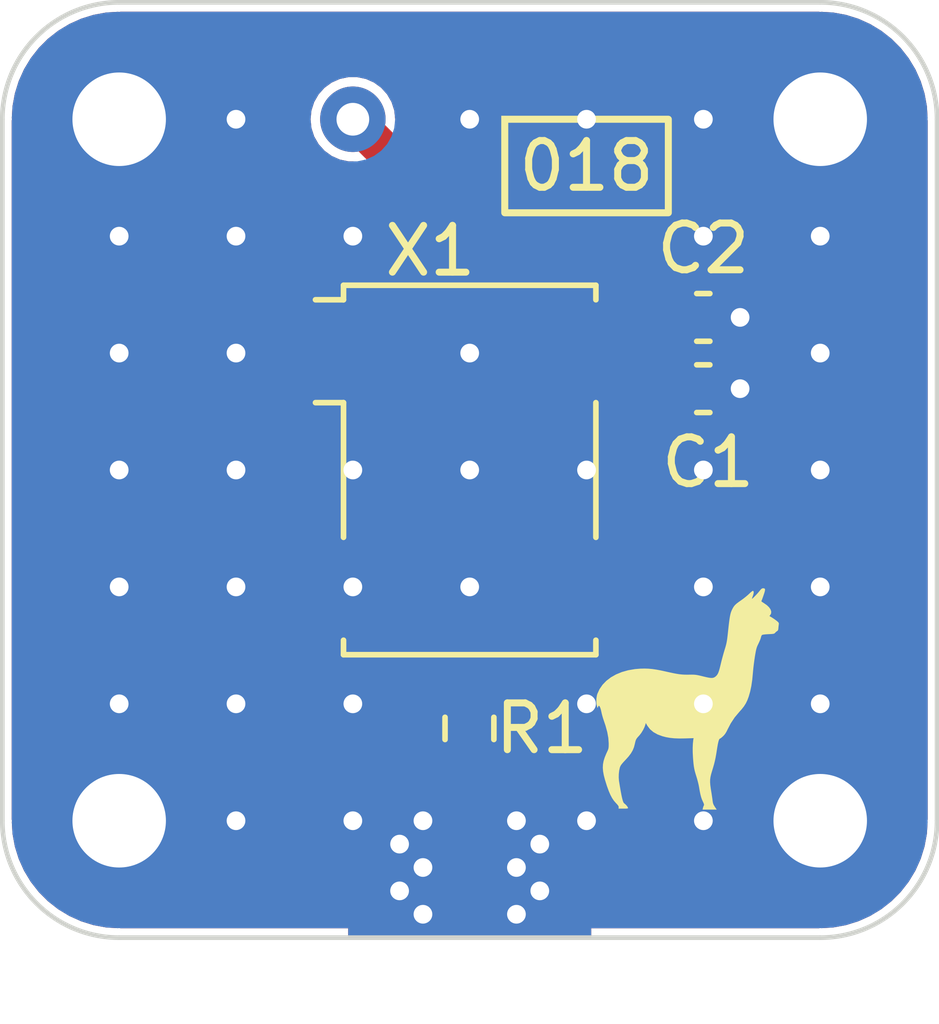
<source format=kicad_pcb>
(kicad_pcb (version 20211014) (generator pcbnew)
  (title_block (title "018-Crystal Oscillator") (date "2022-11-28") (rev "1") (company "Halidelabs") (comment 1 "contact@halidelabs.eu") (comment 2 "CFPS-72-x") (comment 3 "IQD FREQUENCY PRODUCTS"))
  (layers (0 "F.Cu" signal) (31 "B.Cu" signal) (36 "B.SilkS" user "B.Silkscreen") (37 "F.SilkS" user "F.Silkscreen") (38 "B.Mask" user) (39 "F.Mask" user) (44 "Edge.Cuts" user))
  (net 0 "")
  (net 1 "GND")
  (net 2 "/VCC")
  (net 3 "Net-(J1-Pad1)")
  (net 5 "Net-(X1-Pad3)")
  (footprint "Capacitor_SMD:C_0603_1608Metric" (layer "F.Cu") (at 164.9984 81.7372)
    (fp_text reference "C2" (at 0 -1.4732) (layer "F.SilkS"))
    (fp_text value "100p")
    (fp_line (start -0.14058 -0.51) (end 0.14058 -0.51) (layer "F.SilkS") (width 0.12))
    (fp_line (start -0.14058 0.51) (end 0.14058 0.51) (layer "F.SilkS") (width 0.12))
    (pad "1" smd roundrect (at -0.775 0) (size 0.9 0.95) (layers "F.Cu" "F.Paste" "F.Mask") (net 2 "/VCC"))
    (pad "2" smd roundrect (at 0.775 0) (size 0.9 0.95) (layers "F.Cu" "F.Paste" "F.Mask") (net 1 "GND"))
  )
  (footprint "modular-rf-bench-footprints:M2-hole" (layer "F.Cu") (at 152.5 77.5)
    (fp_text reference "H1" hide)
    (fp_text value "M2" hide)
    (pad "1" thru_hole circle (at 0 0) (size 3.4 3.4) (drill 2) (layers *.Cu *.Mask) (net 1 "GND"))
  )
  (footprint "modular-rf-bench-footprints:M2-hole" (layer "F.Cu") (at 152.5 92.5)
    (fp_text reference "H2" hide)
    (fp_text value "M2" hide)
    (pad "1" thru_hole circle (at 0 0) (size 3.4 3.4) (drill 2) (layers *.Cu *.Mask) (net 1 "GND"))
  )
  (footprint "modular-rf-bench-footprints:M2-hole" (layer "F.Cu") (at 167.5 77.5)
    (fp_text reference "H4" hide)
    (fp_text value "M2" hide)
    (pad "1" thru_hole circle (at 0 0) (size 3.4 3.4) (drill 2) (layers *.Cu *.Mask) (net 1 "GND"))
  )
  (footprint "Oscillator:Oscillator_SMD_IQD_IQXO70-4Pin_7.5x5.0mm" (layer "F.Cu") (at 160 85 -90)
    (fp_text reference "X1" (at -4.6852 0.8436 180) (layer "F.SilkS"))
    (fp_text value "CFPS-72")
    (fp_line (start 3.64 -2.7) (end 3.95 -2.7) (layer "F.SilkS") (width 0.12))
    (fp_line (start 3.95 -2.7) (end 3.95 2.7) (layer "F.SilkS") (width 0.12))
    (fp_line (start 3.95 2.7) (end 3.64 2.7) (layer "F.SilkS") (width 0.12))
    (fp_line (start -1.44 -2.7) (end 1.44 -2.7) (layer "F.SilkS") (width 0.12))
    (fp_line (start -1.44 2.7) (end -1.44 3.3) (layer "F.SilkS") (width 0.12))
    (fp_line (start -3.64 2.7) (end -3.95 2.7) (layer "F.SilkS") (width 0.12))
    (fp_line (start -3.95 -2.7) (end -3.64 -2.7) (layer "F.SilkS") (width 0.12))
    (fp_line (start -3.64 3.3) (end -3.64 2.7) (layer "F.SilkS") (width 0.12))
    (fp_line (start -3.95 2.7) (end -3.95 -2.7) (layer "F.SilkS") (width 0.12))
    (fp_line (start 1.44 2.7) (end -1.44 2.7) (layer "F.SilkS") (width 0.12))
    (pad "1" smd rect (at -2.54 2.1 270) (size 1.8 2) (layers "F.Cu" "F.Paste" "F.Mask"))
    (pad "2" smd rect (at 2.54 2.1 270) (size 1.8 2) (layers "F.Cu" "F.Paste" "F.Mask") (net 1 "GND"))
    (pad "3" smd rect (at 2.54 -2.1 270) (size 1.8 2) (layers "F.Cu" "F.Paste" "F.Mask") (net 5 "Net-(X1-Pad3)"))
    (pad "4" smd rect (at -2.54 -2.1 270) (size 1.8 2) (layers "F.Cu" "F.Paste" "F.Mask") (net 2 "/VCC"))
  )
  (footprint "Resistor_SMD:R_0603_1608Metric" (layer "F.Cu") (at 159.9946 90.5256 -90)
    (fp_text reference "R1" (at 0 -1.5494 180) (layer "F.SilkS"))
    (fp_text value "47")
    (fp_line (start -0.237258 0.5225) (end 0.237258 0.5225) (layer "F.SilkS") (width 0.12))
    (fp_line (start -0.237258 -0.5225) (end 0.237258 -0.5225) (layer "F.SilkS") (width 0.12))
    (pad "1" smd roundrect (at -0.825 0 270) (size 0.8 0.95) (layers "F.Cu" "F.Paste" "F.Mask") (net 5 "Net-(X1-Pad3)"))
    (pad "2" smd roundrect (at 0.825 0 270) (size 0.8 0.95) (layers "F.Cu" "F.Paste" "F.Mask") (net 3 "Net-(J1-Pad1)"))
  )
  (footprint "Capacitor_SMD:C_0603_1608Metric" (layer "F.Cu") (at 164.9984 83.2612)
    (fp_text reference "C1" (at 0.1016 1.5748) (layer "F.SilkS"))
    (fp_text value "100n")
    (fp_line (start -0.14058 -0.51) (end 0.14058 -0.51) (layer "F.SilkS") (width 0.12))
    (fp_line (start -0.14058 0.51) (end 0.14058 0.51) (layer "F.SilkS") (width 0.12))
    (pad "1" smd roundrect (at -0.775 0) (size 0.9 0.95) (layers "F.Cu" "F.Paste" "F.Mask") (net 2 "/VCC"))
    (pad "2" smd roundrect (at 0.775 0) (size 0.9 0.95) (layers "F.Cu" "F.Paste" "F.Mask") (net 1 "GND"))
  )
  (footprint "TestPoint:TestPoint_Pad_1.5x1.5mm" (layer "F.Cu") (at 157.5 77.5)
    (fp_text reference "J4" hide)
    (fp_text value "TestPoint_Pad_1.5x1.5mm")
    (pad "1" thru_hole circle (at 0 0) (size 1.4 1.4) (drill 0.7) (layers *.Cu *.Mask) (net 2 "/VCC"))
  )
  (footprint "modular-rf-bench-footprints:M2-hole" (layer "F.Cu") (at 167.5 92.5)
    (fp_text reference "H3" hide)
    (fp_text value "M2" hide)
    (pad "1" thru_hole circle (at 0 0) (size 3.4 3.4) (drill 2) (layers *.Cu *.Mask) (net 1 "GND"))
  )
  (footprint "LOGO" (layer "F.Cu") (at 164.592 89.916)
    (fp_text reference "G***" hide)
    (fp_text value "LOGO" hide)
    (fp_poly (pts (xy 1.707208 -2.385083) (xy 1.72178 -2.377357) (xy 1.727638 -2.361209) (xy 1.724986 -2.333962) (xy 1.714028 -2.292938) (xy 1.695246 -2.236259) (xy 1.67886 -2.189554) (xy 1.664665 -2.150375) (xy 1.654112 -2.122636) (xy 1.64865 -2.110255) (xy 1.648486 -2.110054) (xy 1.654138 -2.102822) (xy 1.673545 -2.088435) (xy 1.702518 -2.069996) (xy 1.702794 -2.06983) (xy 1.765684 -2.026146) (xy 1.813512 -1.980369) (xy 1.845324 -1.93425) (xy 1.860162 -1.889541) (xy 1.85707 -1.847993) (xy 1.84052 -1.817555) (xy 1.820991 -1.793438) (xy 1.877555 -1.759364) (xy 1.917737 -1.733301) (xy 1.95925 -1.703533) (xy 1.980607 -1.68675) (xy 2.006661 -1.664073) (xy 2.019745 -1.647389) (xy 2.023211 -1.630016) (xy 2.020661 -1.606876) (xy 2.015636 -1.567128) (xy 2.012184 -1.526831) (xy 2.012056 -1.524528) (xy 2.006709 -1.493183) (xy 1.992958 -1.475529) (xy 1.987295 -1.472236) (xy 1.964024 -1.455734) (xy 1.944294 -1.435747) (xy 1.934232 -1.424962) (xy 1.921977 -1.417526) (xy 1.903462 -1.412581) (xy 1.874622 -1.409268) (xy 1.831391 -1.406728) (xy 1.800502 -1.40537) (xy 1.740844 -1.401769) (xy 1.695936 -1.396721) (xy 1.66814 -1.390536) (xy 1.661407 -1.387121) (xy 1.649381 -1.368624) (xy 1.640328 -1.340255) (xy 1.63945 -1.335453) (xy 1.632091 -1.309371) (xy 1.617507 -1.271305) (xy 1.5982 -1.227508) (xy 1.586787 -1.203865) (xy 1.569617 -1.168352) (xy 1.556241 -1.136883) (xy 1.545437 -1.105019) (xy 1.535983 -1.068321) (xy 1.526657 -1.022348) (xy 1.516238 -0.96266) (xy 1.510003 -0.924858) (xy 1.498611 -0.849525) (xy 1.487513 -0.766274) (xy 1.477703 -0.683243) (xy 1.470177 -0.608573) (xy 1.467711 -0.578682) (xy 1.453479 -0.42915) (xy 1.434101 -0.296565) (xy 1.409013 -0.177722) (xy 1.378053 -0.070634) (xy 1.349141 0.00713) (xy 1.316299 0.074946) (xy 1.27602 0.13851) (xy 1.224798 0.20352) (xy 1.175643 0.258199) (xy 1.077329 0.37528) (xy 0.993806 0.501629) (xy 0.931364 0.621186) (xy 0.903186 0.677903) (xy 0.877811 0.720375) (xy 0.851675 0.754018) (xy 0.828482 0.777604) (xy 0.800811 0.802117) (xy 0.778251 0.819713) (xy 0.765568 0.826682) (xy 0.765395 0.826688) (xy 0.753451 0.833218) (xy 0.741919 0.853767) (xy 0.730392 0.889773) (xy 0.718459 0.942674) (xy 0.705712 1.01391) (xy 0.697702 1.064739) (xy 0.682935 1.157753) (xy 0.668702 1.236626) (xy 0.653537 1.307789) (xy 0.635974 1.377671) (xy 0.61455 1.452702) (xy 0.594147 1.519151) (xy 0.573662 1.588767) (xy 0.559937 1.648459) (xy 0.552673 1.703792) (xy 0.551572 1.760332) (xy 0.556334 1.823643) (xy 0.566662 1.899292) (xy 0.571976 1.932384) (xy 0.581863 1.993891) (xy 0.591097 2.054175) (xy 0.598842 2.107582) (xy 0.604263 2.14846) (xy 0.605561 2.159723) (xy 0.612893 2.204728) (xy 0.626368 2.241894) (xy 0.650004 2.281963) (xy 0.652923 2.28631) (xy 0.693121 2.345728) (xy 0.391035 2.345728) (xy 0.398018 2.312144) (xy 0.406666 2.282384) (xy 0.417092 2.259536) (xy 0.421952 2.245992) (xy 0.419574 2.22758) (xy 0.408787 2.199446) (xy 0.396054 2.172292) (xy 0.37605 2.126603) (xy 0.359018 2.076762) (xy 0.343853 2.018573) (xy 0.329451 1.94784) (xy 0.315851 1.867612) (xy 0.305774 1.815487) (xy 0.290904 1.752618) (xy 0.27342 1.687715) (xy 0.259042 1.640272) (xy 0.239373 1.577432) (xy 0.224185 1.523154) (xy 0.212556 1.472312) (xy 0.203565 1.419774) (xy 0.19629 1.360411) (xy 0.18981 1.289094) (xy 0.185282 1.229699) (xy 0.180007 1.126544) (xy 0.179205 1.027802) (xy 0.18278 0.938429) (xy 0.190634 0.863381) (xy 0.192649 0.850881) (xy 0.198285 0.818238) (xy 0.013062 0.82396) (xy -0.107738 0.82548) (xy -0.212835 0.821724) (xy -0.306616 0.812274) (xy -0.393468 0.796713) (xy -0.464665 0.778501) (xy -0.571132 0.739636) (xy -0.66046 0.68959) (xy -0.733091 0.628052) (xy -0.789464 0.554711) (xy -0.795565 0.544391) (xy -0.824093 0.4946) (xy -0.831361 0.523556) (xy -0.851223 0.580742) (xy -0.881966 0.643838) (xy -0.919153 0.704875) (xy -0.958352 0.755885) (xy -0.964174 0.762224) (xy -0.998177 0.799253) (xy -1.020985 0.828535) (xy -1.036147 0.856807) (xy -1.047214 0.890804) (xy -1.057733 0.937262) (xy -1.058593 0.941406) (xy -1.077747 1.014043) (xy -1.104922 1.080397) (xy -1.14259 1.144725) (xy -1.193225 1.211286) (xy -1.255438 1.280306) (xy -1.299345 1.327086) (xy -1.330904 1.363066) (xy -1.352698 1.391736) (xy -1.367309 1.416586) (xy -1.377321 1.441105) (xy -1.379516 1.447943) (xy -1.393383 1.510336) (xy -1.40151 1.583767) (xy -1.403348 1.659269) (xy -1.39835 1.727875) (xy -1.397133 1.736045) (xy -1.378151 1.852191) (xy -1.361347 1.949249) (xy -1.346392 2.028646) (xy -1.332955 2.091809) (xy -1.320708 2.140166) (xy -1.30932 2.175143) (xy -1.298463 2.198166) (xy -1.287806 2.210664) (xy -1.287464 2.210907) (xy -1.256964 2.236176) (xy -1.229438 2.265811) (xy -1.210524 2.293348) (xy -1.206109 2.30412) (xy -1.204756 2.313632) (xy -1.209064 2.319721) (xy -1.222584 2.323146) (xy -1.248864 2.324671) (xy -1.291453 2.325054) (xy -1.303781 2.325061) (xy -1.406928 2.325061) (xy -1.404551 2.296643) (xy -1.406631 2.27843) (xy -1.417659 2.257689) (xy -1.440231 2.230433) (xy -1.463418 2.206224) (xy -1.506232 2.157147) (xy -1.545198 2.099598) (xy -1.581789 2.030726) (xy -1.617483 1.947679) (xy -1.653754 1.847608) (xy -1.662294 1.822003) (xy -1.697106 1.710358) (xy -1.722384 1.613609) (xy -1.738078 1.528285) (xy -1.744138 1.450921) (xy -1.740513 1.378048) (xy -1.727154 1.306198) (xy -1.704012 1.231903) (xy -1.671036 1.151696) (xy -1.652075 1.110862) (xy -1.636756 1.077573) (xy -1.626819 1.050567) (xy -1.621132 1.023669) (xy -1.618567 0.990701) (xy -1.617993 0.945488) (xy -1.618058 0.924857) (xy -1.625963 0.813717) (xy -1.648543 0.689349) (xy -1.685564 0.552839) (xy -1.720352 0.449512) (xy -1.738479 0.395325) (xy -1.755499 0.337402) (xy -1.768757 0.28505) (xy -1.772894 0.265233) (xy -1.785589 0.208368) (xy -1.799357 0.165227) (xy -1.813305 0.137191) (xy -1.826539 0.125643) (xy -1.838166 0.131965) (xy -1.846026 0.152044) (xy -1.850797 0.168673) (xy -1.85519 0.170196) (xy -1.862104 0.1549) (xy -1.867875 0.139127) (xy -1.878772 0.090843) (xy -1.88276 0.030839) (xy -1.880033 -0.033197) (xy -1.870784 -0.093578) (xy -1.861162 -0.127803) (xy -1.813901 -0.230684) (xy -1.748926 -0.324576) (xy -1.667469 -0.408757) (xy -1.570758 -0.482506) (xy -1.460023 -0.545102) (xy -1.336491 -0.595822) (xy -1.201393 -0.633946) (xy -1.055958 -0.658752) (xy -0.940358 -0.668205) (xy -0.852575 -0.670242) (xy -0.768501 -0.667683) (xy -0.683224 -0.659982) (xy -0.591831 -0.646595) (xy -0.48941 -0.626977) (xy -0.408289 -0.609192) (xy -0.312193 -0.587655) (xy -0.232421 -0.5708) (xy -0.165292 -0.558121) (xy -0.107125 -0.549111) (xy -0.054238 -0.543263) (xy -0.002951 -0.540071) (xy 0.050417 -0.539027) (xy 0.098629 -0.539425) (xy 0.154738 -0.540085) (xy 0.199013 -0.539411) (xy 0.23732 -0.536684) (xy 0.275528 -0.531182) (xy 0.319505 -0.522181) (xy 0.37512 -0.508962) (xy 0.403604 -0.501918) (xy 0.475622 -0.484786) (xy 0.531279 -0.473817) (xy 0.573946 -0.469024) (xy 0.606992 -0.470419) (xy 0.633788 -0.478013) (xy 0.657703 -0.49182) (xy 0.671833 -0.502891) (xy 0.692889 -0.523327) (xy 0.710733 -0.547871) (xy 0.726651 -0.579659) (xy 0.741925 -0.621827) (xy 0.75784 -0.677511) (xy 0.77568 -0.749847) (xy 0.779346 -0.765531) (xy 0.796905 -0.83723) (xy 0.818065 -0.917688) (xy 0.840306 -0.997626) (xy 0.861109 -1.067766) (xy 0.863452 -1.075283) (xy 0.878978 -1.125887) (xy 0.891303 -1.169705) (xy 0.901226 -1.211056) (xy 0.909547 -1.254259) (xy 0.917065 -1.303635) (xy 0.924579 -1.363502) (xy 0.932889 -1.438181) (xy 0.936002 -1.467372) (xy 0.947098 -1.569507) (xy 0.956972 -1.653593) (xy 0.966097 -1.722179) (xy 0.974945 -1.777812) (xy 0.983991 -1.823043) (xy 0.993707 -1.860418) (xy 1.004567 -1.892487) (xy 1.017044 -1.921798) (xy 1.022488 -1.933108) (xy 1.043227 -1.972305) (xy 1.064341 -2.004466) (xy 1.089403 -2.03324) (xy 1.121983 -2.062279) (xy 1.165654 -2.095234) (xy 1.214198 -2.129077) (xy 1.26388 -2.165032) (xy 1.315539 -2.205693) (xy 1.361923 -2.245205) (xy 1.38689 -2.268565) (xy 1.418275 -2.297957) (xy 1.445322 -2.320096) (xy 1.46414 -2.331951) (xy 1.469559 -2.332995) (xy 1.483132 -2.318377) (xy 1.484744 -2.288394) (xy 1.474416 -2.244522) (xy 1.468097 -2.226457) (xy 1.456615 -2.194668) (xy 1.44885 -2.171059) (xy 1.446704 -2.162272) (xy 1.453034 -2.164187) (xy 1.469982 -2.17846) (xy 1.494485 -2.201958) (xy 1.52348 -2.23155) (xy 1.553903 -2.264104) (xy 1.582693 -2.296485) (xy 1.606785 -2.325563) (xy 1.608411 -2.327645) (xy 1.635607 -2.360388) (xy 1.656294 -2.37884) (xy 1.674724 -2.386355) (xy 1.683716 -2.387063)) (layer "F.SilkS") (width 0) (fill solid))
  )
  (footprint "modular-rf-bench-footprints:edge-connector" (layer "F.Cu") (at 160 95 -90)
    (fp_text reference "J1")
    (fp_text value "CONN" hide)
    (pad "1" smd rect (at -1.5 0 270) (size 3 0.8) (layers "F.Cu") (net 3 "Net-(J1-Pad1)"))
    (pad "2" thru_hole circle (at -2 1.5 270) (size 0.8 0.8) (drill 0.4) (layers *.Cu) (net 1 "GND"))
    (pad "2" smd rect (at -1.5 -1.6 270) (size 3 2) (layers "F.Cu") (net 1 "GND"))
    (pad "2" thru_hole circle (at -2 -1.5 270) (size 0.8 0.8) (drill 0.4) (layers *.Cu) (net 1 "GND"))
    (pad "2" thru_hole circle (at -2.5 -1 270) (size 0.8 0.8) (drill 0.4) (layers *.Cu) (net 1 "GND"))
    (pad "2" thru_hole circle (at -1.5 1 270) (size 0.8 0.8) (drill 0.4) (layers *.Cu) (net 1 "GND"))
    (pad "2" thru_hole circle (at -1.5 -1 270) (size 0.8 0.8) (drill 0.4) (layers *.Cu) (net 1 "GND"))
    (pad "2" smd rect (at -1.5 0 270) (size 3 5.2) (layers "B.Cu") (net 1 "GND"))
    (pad "2" thru_hole circle (at -0.5 -1 270) (size 0.8 0.8) (drill 0.4) (layers *.Cu) (net 1 "GND"))
    (pad "2" thru_hole circle (at -1 1.5 270) (size 0.8 0.8) (drill 0.4) (layers *.Cu) (net 1 "GND"))
    (pad "2" thru_hole circle (at -2.5 1 270) (size 0.8 0.8) (drill 0.4) (layers *.Cu) (net 1 "GND"))
    (pad "2" smd rect (at -1.5 1.6 270) (size 3 2) (layers "F.Cu") (net 1 "GND"))
    (pad "2" thru_hole circle (at -0.5 1 270) (size 0.8 0.8) (drill 0.4) (layers *.Cu) (net 1 "GND"))
    (pad "2" thru_hole circle (at -1 -1.5 270) (size 0.8 0.8) (drill 0.4) (layers *.Cu) (net 1 "GND"))
  )
  (gr_rect (start 160.75 77.5) (end 164.25 79.5) (layer "F.SilkS") (width 0.15) (fill none))
  (gr_arc (start 150 77.5) (mid 150.732233 75.732233) (end 152.5 75) (layer "Edge.Cuts") (width 0.1))
  (gr_line (start 152.5 75) (end 167.5 75) (layer "Edge.Cuts") (width 0.1))
  (gr_arc (start 167.5 75) (mid 169.267767 75.732233) (end 170 77.5) (layer "Edge.Cuts") (width 0.1))
  (gr_line (start 150 92.5) (end 150 77.5) (layer "Edge.Cuts") (width 0.1))
  (gr_arc (start 152.5 95) (mid 150.732233 94.267767) (end 150 92.5) (layer "Edge.Cuts") (width 0.1))
  (gr_line (start 170 77.5) (end 170 92.5) (layer "Edge.Cuts") (width 0.1))
  (gr_arc (start 170 92.5) (mid 169.267767 94.267767) (end 167.5 95) (layer "Edge.Cuts") (width 0.1))
  (gr_line (start 167.5 95) (end 152.5 95) (layer "Edge.Cuts") (width 0.1))
  (gr_text "018" (at 162.5 78.5) (layer "F.SilkS") (effects (font (size 1 1))))
  (via (at 160 85) (size 0.8) (drill 0.4) (layers "F.Cu" "B.Cu") (net 1))
  (via (at 162.5 90) (size 0.8) (drill 0.4) (layers "F.Cu" "B.Cu") (net 1))
  (via (at 152.5 80) (size 0.8) (drill 0.4) (layers "F.Cu" "B.Cu") (net 1))
  (via (at 152.5 90) (size 0.8) (drill 0.4) (layers "F.Cu" "B.Cu") (net 1))
  (via (at 155 90) (size 0.8) (drill 0.4) (layers "F.Cu" "B.Cu") (net 1))
  (via (at 165.7858 81.7372) (size 0.8) (drill 0.4) (layers "F.Cu" "B.Cu") (net 1))
  (via (at 167.5 82.5) (size 0.8) (drill 0.4) (layers "F.Cu" "B.Cu") (net 1))
  (via (at 167.5 87.5) (size 0.8) (drill 0.4) (layers "F.Cu" "B.Cu") (net 1))
  (via (at 160 82.5) (size 0.8) (drill 0.4) (layers "F.Cu" "B.Cu") (net 1))
  (via (at 167.5 90) (size 0.8) (drill 0.4) (layers "F.Cu" "B.Cu") (net 1))
  (via (at 155 80) (size 0.8) (drill 0.4) (layers "F.Cu" "B.Cu") (net 1))
  (via (at 165 90) (size 0.8) (drill 0.4) (layers "F.Cu" "B.Cu") (net 1))
  (via (at 160 87.5) (size 0.8) (drill 0.4) (layers "F.Cu" "B.Cu") (net 1))
  (via (at 165 87.5) (size 0.8) (drill 0.4) (layers "F.Cu" "B.Cu") (net 1))
  (via (at 165 80) (size 0.8) (drill 0.4) (layers "F.Cu" "B.Cu") (net 1))
  (via (at 157.5 85) (size 0.8) (drill 0.4) (layers "F.Cu" "B.Cu") (net 1))
  (via (at 160 77.5) (size 0.8) (drill 0.4) (layers "F.Cu" "B.Cu") (net 1))
  (via (at 157.5 90) (size 0.8) (drill 0.4) (layers "F.Cu" "B.Cu") (net 1))
  (via (at 165.7858 83.2612) (size 0.8) (drill 0.4) (layers "F.Cu" "B.Cu") (net 1))
  (via (at 155 85) (size 0.8) (drill 0.4) (layers "F.Cu" "B.Cu") (net 1))
  (via (at 165 92.5) (size 0.8) (drill 0.4) (layers "F.Cu" "B.Cu") (net 1))
  (via (at 152.5 82.5) (size 0.8) (drill 0.4) (layers "F.Cu" "B.Cu") (net 1))
  (via (at 165 77.5) (size 0.8) (drill 0.4) (layers "F.Cu" "B.Cu") (net 1))
  (via (at 157.5 92.5) (size 0.8) (drill 0.4) (layers "F.Cu" "B.Cu") (net 1))
  (via (at 157.5 87.5) (size 0.8) (drill 0.4) (layers "F.Cu" "B.Cu") (net 1))
  (via (at 162.5 85) (size 0.8) (drill 0.4) (layers "F.Cu" "B.Cu") (net 1))
  (via (at 155 77.5) (size 0.8) (drill 0.4) (layers "F.Cu" "B.Cu") (net 1))
  (via (at 162.5 92.5) (size 0.8) (drill 0.4) (layers "F.Cu" "B.Cu") (net 1))
  (via (at 157.5 80) (size 0.8) (drill 0.4) (layers "F.Cu" "B.Cu") (net 1))
  (via (at 155 82.5) (size 0.8) (drill 0.4) (layers "F.Cu" "B.Cu") (net 1))
  (via (at 165 85) (size 0.8) (drill 0.4) (layers "F.Cu" "B.Cu") (net 1))
  (via (at 155 92.5) (size 0.8) (drill 0.4) (layers "F.Cu" "B.Cu") (net 1))
  (via (at 152.5 85) (size 0.8) (drill 0.4) (layers "F.Cu" "B.Cu") (net 1))
  (via (at 167.5 80) (size 0.8) (drill 0.4) (layers "F.Cu" "B.Cu") (net 1))
  (via (at 155 87.5) (size 0.8) (drill 0.4) (layers "F.Cu" "B.Cu") (net 1))
  (via (at 167.5 85) (size 0.8) (drill 0.4) (layers "F.Cu" "B.Cu") (net 1))
  (via (at 162.5 77.5) (size 0.8) (drill 0.4) (layers "F.Cu" "B.Cu") (net 1))
  (via (at 152.5 87.5) (size 0.8) (drill 0.4) (layers "F.Cu" "B.Cu") (net 1))
  (segment (start 164.2234 80.8098) (end 162.7886 79.375) (width 0.8) (layer "F.Cu") (net 2))
  (segment (start 159.375 79.375) (end 157.5 77.5) (width 0.8) (layer "F.Cu") (net 2))
  (segment (start 162.1 82.46) (end 163.5006 82.46) (width 0.8) (layer "F.Cu") (net 2))
  (segment (start 162.1 82.46) (end 163.4222 82.46) (width 0.8) (layer "F.Cu") (net 2))
  (segment (start 163.5006 82.46) (end 164.2234 81.7372) (width 0.8) (layer "F.Cu") (net 2))
  (segment (start 163.4222 82.46) (end 164.2234 83.2612) (width 0.8) (layer "F.Cu") (net 2))
  (segment (start 164.2234 81.7372) (end 164.2234 80.8098) (width 0.8) (layer "F.Cu") (net 2))
  (segment (start 162.7886 79.375) (end 159.375 79.375) (width 0.8) (layer "F.Cu") (net 2))
  (segment (start 160 91.356) (end 159.9946 91.3506) (width 0.8) (layer "F.Cu") (net 3))
  (segment (start 160 93.5) (end 160 91.356) (width 0.8) (layer "F.Cu") (net 3))
  (segment (start 162.1 87.5952) (end 159.9946 89.7006) (width 0.2) (layer "F.Cu") (net 5))
  (segment (start 162.1 87.54) (end 162.1 87.5952) (width 0.2) (layer "F.Cu") (net 5))
  (zone (net 1) (net_name "GND") (layers F&B.Cu) (name "GND") (connect_pads yes (clearance 0.2)) (min_thickness 0.2) (fill yes (thermal_gap 0.2) (thermal_bridge_width 0.2))
    (polygon (pts (xy 170 95) (xy 150 95) (xy 150 75) (xy 170 75)))
  )
)
</source>
